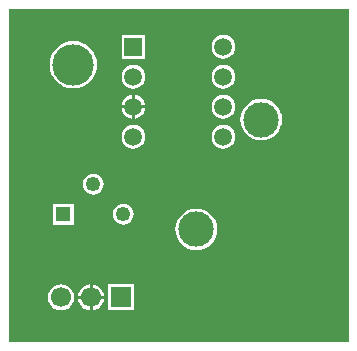
<source format=gtl>
G04*
G04 #@! TF.GenerationSoftware,Altium Limited,Altium Designer,20.1.11 (218)*
G04*
G04 Layer_Physical_Order=1*
G04 Layer_Color=255*
%FSLAX25Y25*%
%MOIN*%
G70*
G04*
G04 #@! TF.SameCoordinates,BE0D8867-63C8-4494-B9D0-45761BAC08B1*
G04*
G04*
G04 #@! TF.FilePolarity,Positive*
G04*
G01*
G75*
%ADD22R,0.05512X0.19685*%
%ADD23C,0.11811*%
%ADD24R,0.06693X0.06693*%
%ADD25C,0.06693*%
%ADD26C,0.13780*%
%ADD27R,0.04921X0.04921*%
%ADD28C,0.04921*%
%ADD29C,0.05906*%
%ADD30R,0.05906X0.05906*%
G36*
X349606Y334252D02*
X236221D01*
Y445276D01*
X349606D01*
Y334252D01*
D02*
G37*
%LPC*%
G36*
X281827Y436472D02*
X273921D01*
Y428567D01*
X281827D01*
Y436472D01*
D02*
G37*
G36*
X307874Y436507D02*
X306842Y436371D01*
X305881Y435972D01*
X305055Y435339D01*
X304421Y434513D01*
X304023Y433552D01*
X303887Y432520D01*
X304023Y431488D01*
X304421Y430526D01*
X305055Y429701D01*
X305881Y429067D01*
X306842Y428669D01*
X307874Y428533D01*
X308906Y428669D01*
X309868Y429067D01*
X310693Y429701D01*
X311327Y430526D01*
X311725Y431488D01*
X311861Y432520D01*
X311725Y433552D01*
X311327Y434513D01*
X310693Y435339D01*
X309868Y435972D01*
X308906Y436371D01*
X307874Y436507D01*
D02*
G37*
G36*
X257835Y434503D02*
X256288Y434350D01*
X254801Y433899D01*
X253430Y433167D01*
X252229Y432181D01*
X251243Y430979D01*
X250510Y429609D01*
X250059Y428122D01*
X249907Y426575D01*
X250059Y425028D01*
X250510Y423541D01*
X251243Y422170D01*
X252229Y420969D01*
X253430Y419983D01*
X254801Y419250D01*
X256288Y418799D01*
X257835Y418647D01*
X259381Y418799D01*
X260869Y419250D01*
X262239Y419983D01*
X263440Y420969D01*
X264426Y422170D01*
X265159Y423541D01*
X265610Y425028D01*
X265763Y426575D01*
X265610Y428122D01*
X265159Y429609D01*
X264426Y430979D01*
X263440Y432181D01*
X262239Y433167D01*
X260869Y433899D01*
X259381Y434350D01*
X257835Y434503D01*
D02*
G37*
G36*
X307874Y426507D02*
X306842Y426371D01*
X305881Y425972D01*
X305055Y425339D01*
X304421Y424513D01*
X304023Y423552D01*
X303887Y422520D01*
X304023Y421488D01*
X304421Y420526D01*
X305055Y419700D01*
X305881Y419067D01*
X306842Y418669D01*
X307874Y418533D01*
X308906Y418669D01*
X309868Y419067D01*
X310693Y419700D01*
X311327Y420526D01*
X311725Y421488D01*
X311861Y422520D01*
X311725Y423552D01*
X311327Y424513D01*
X310693Y425339D01*
X309868Y425972D01*
X308906Y426371D01*
X307874Y426507D01*
D02*
G37*
G36*
X277874D02*
X276842Y426371D01*
X275881Y425972D01*
X275055Y425339D01*
X274421Y424513D01*
X274023Y423552D01*
X273887Y422520D01*
X274023Y421488D01*
X274421Y420526D01*
X275055Y419700D01*
X275881Y419067D01*
X276842Y418669D01*
X277874Y418533D01*
X278906Y418669D01*
X279868Y419067D01*
X280693Y419700D01*
X281327Y420526D01*
X281725Y421488D01*
X281861Y422520D01*
X281725Y423552D01*
X281327Y424513D01*
X280693Y425339D01*
X279868Y425972D01*
X278906Y426371D01*
X277874Y426507D01*
D02*
G37*
G36*
X278374Y416441D02*
Y413020D01*
X281795D01*
X281725Y413552D01*
X281327Y414513D01*
X280693Y415339D01*
X279868Y415972D01*
X278906Y416371D01*
X278374Y416441D01*
D02*
G37*
G36*
X277374D02*
X276842Y416371D01*
X275881Y415972D01*
X275055Y415339D01*
X274421Y414513D01*
X274023Y413552D01*
X273953Y413020D01*
X277374D01*
Y416441D01*
D02*
G37*
G36*
X281795Y412020D02*
X278374D01*
Y408599D01*
X278906Y408669D01*
X279868Y409067D01*
X280693Y409700D01*
X281327Y410526D01*
X281725Y411488D01*
X281795Y412020D01*
D02*
G37*
G36*
X277374D02*
X273953D01*
X274023Y411488D01*
X274421Y410526D01*
X275055Y409700D01*
X275881Y409067D01*
X276842Y408669D01*
X277374Y408599D01*
Y412020D01*
D02*
G37*
G36*
X307874Y416506D02*
X306842Y416371D01*
X305881Y415972D01*
X305055Y415339D01*
X304421Y414513D01*
X304023Y413552D01*
X303887Y412520D01*
X304023Y411488D01*
X304421Y410526D01*
X305055Y409700D01*
X305881Y409067D01*
X306842Y408669D01*
X307874Y408533D01*
X308906Y408669D01*
X309868Y409067D01*
X310693Y409700D01*
X311327Y410526D01*
X311725Y411488D01*
X311861Y412520D01*
X311725Y413552D01*
X311327Y414513D01*
X310693Y415339D01*
X309868Y415972D01*
X308906Y416371D01*
X307874Y416506D01*
D02*
G37*
G36*
X320472Y415207D02*
X319119Y415073D01*
X317817Y414678D01*
X316617Y414037D01*
X315566Y413174D01*
X314703Y412123D01*
X314062Y410923D01*
X313667Y409621D01*
X313533Y408268D01*
X313667Y406914D01*
X314062Y405612D01*
X314703Y404413D01*
X315566Y403361D01*
X316617Y402498D01*
X317817Y401857D01*
X319119Y401462D01*
X320472Y401329D01*
X321826Y401462D01*
X323128Y401857D01*
X324327Y402498D01*
X325379Y403361D01*
X326242Y404413D01*
X326883Y405612D01*
X327278Y406914D01*
X327411Y408268D01*
X327278Y409621D01*
X326883Y410923D01*
X326242Y412123D01*
X325379Y413174D01*
X324327Y414037D01*
X323128Y414678D01*
X321826Y415073D01*
X320472Y415207D01*
D02*
G37*
G36*
X307874Y406506D02*
X306842Y406371D01*
X305881Y405972D01*
X305055Y405339D01*
X304421Y404513D01*
X304023Y403551D01*
X303887Y402520D01*
X304023Y401488D01*
X304421Y400526D01*
X305055Y399700D01*
X305881Y399067D01*
X306842Y398669D01*
X307874Y398533D01*
X308906Y398669D01*
X309868Y399067D01*
X310693Y399700D01*
X311327Y400526D01*
X311725Y401488D01*
X311861Y402520D01*
X311725Y403551D01*
X311327Y404513D01*
X310693Y405339D01*
X309868Y405972D01*
X308906Y406371D01*
X307874Y406506D01*
D02*
G37*
G36*
X277874D02*
X276842Y406371D01*
X275881Y405972D01*
X275055Y405339D01*
X274421Y404513D01*
X274023Y403551D01*
X273887Y402520D01*
X274023Y401488D01*
X274421Y400526D01*
X275055Y399700D01*
X275881Y399067D01*
X276842Y398669D01*
X277874Y398533D01*
X278906Y398669D01*
X279868Y399067D01*
X280693Y399700D01*
X281327Y400526D01*
X281725Y401488D01*
X281861Y402520D01*
X281725Y403551D01*
X281327Y404513D01*
X280693Y405339D01*
X279868Y405972D01*
X278906Y406371D01*
X277874Y406506D01*
D02*
G37*
G36*
X264488Y390203D02*
X263585Y390084D01*
X262743Y389735D01*
X262020Y389181D01*
X261465Y388458D01*
X261117Y387616D01*
X260998Y386713D01*
X261117Y385809D01*
X261465Y384967D01*
X262020Y384244D01*
X262743Y383690D01*
X263585Y383341D01*
X264488Y383222D01*
X265392Y383341D01*
X266233Y383690D01*
X266956Y384244D01*
X267511Y384967D01*
X267860Y385809D01*
X267979Y386713D01*
X267860Y387616D01*
X267511Y388458D01*
X266956Y389181D01*
X266233Y389735D01*
X265392Y390084D01*
X264488Y390203D01*
D02*
G37*
G36*
X257949Y380173D02*
X251028D01*
Y373252D01*
X257949D01*
Y380173D01*
D02*
G37*
G36*
X274488Y380203D02*
X273585Y380084D01*
X272743Y379735D01*
X272020Y379181D01*
X271465Y378458D01*
X271117Y377616D01*
X270998Y376713D01*
X271117Y375809D01*
X271465Y374967D01*
X272020Y374244D01*
X272743Y373690D01*
X273585Y373341D01*
X274488Y373222D01*
X275392Y373341D01*
X276233Y373690D01*
X276956Y374244D01*
X277511Y374967D01*
X277860Y375809D01*
X277979Y376713D01*
X277860Y377616D01*
X277511Y378458D01*
X276956Y379181D01*
X276233Y379735D01*
X275392Y380084D01*
X274488Y380203D01*
D02*
G37*
G36*
X298819Y378592D02*
X297465Y378459D01*
X296164Y378064D01*
X294964Y377423D01*
X293912Y376560D01*
X293049Y375509D01*
X292408Y374309D01*
X292013Y373007D01*
X291880Y371654D01*
X292013Y370300D01*
X292408Y368998D01*
X293049Y367798D01*
X293912Y366747D01*
X294964Y365884D01*
X296164Y365243D01*
X297465Y364848D01*
X298819Y364715D01*
X300173Y364848D01*
X301474Y365243D01*
X302674Y365884D01*
X303726Y366747D01*
X304588Y367798D01*
X305230Y368998D01*
X305625Y370300D01*
X305758Y371654D01*
X305625Y373007D01*
X305230Y374309D01*
X304588Y375509D01*
X303726Y376560D01*
X302674Y377423D01*
X301474Y378064D01*
X300173Y378459D01*
X298819Y378592D01*
D02*
G37*
G36*
X264240Y353334D02*
Y349516D01*
X268058D01*
X267975Y350150D01*
X267537Y351208D01*
X266840Y352116D01*
X265932Y352812D01*
X264875Y353250D01*
X264240Y353334D01*
D02*
G37*
G36*
X263240Y353334D02*
X262606Y353250D01*
X261548Y352812D01*
X260640Y352116D01*
X259944Y351208D01*
X259506Y350150D01*
X259422Y349516D01*
X263240D01*
Y353334D01*
D02*
G37*
G36*
Y348516D02*
X259422D01*
X259506Y347881D01*
X259944Y346824D01*
X260640Y345916D01*
X261548Y345219D01*
X262606Y344781D01*
X263240Y344698D01*
Y348516D01*
D02*
G37*
G36*
X268058D02*
X264240D01*
Y344698D01*
X264875Y344781D01*
X265932Y345219D01*
X266840Y345916D01*
X267537Y346824D01*
X267975Y347881D01*
X268058Y348516D01*
D02*
G37*
G36*
X278087Y353362D02*
X269394D01*
Y344669D01*
X278087D01*
Y353362D01*
D02*
G37*
G36*
X253740Y353400D02*
X252606Y353250D01*
X251548Y352812D01*
X250640Y352116D01*
X249944Y351208D01*
X249506Y350150D01*
X249356Y349016D01*
X249506Y347881D01*
X249944Y346824D01*
X250640Y345916D01*
X251548Y345219D01*
X252606Y344781D01*
X253740Y344632D01*
X254875Y344781D01*
X255932Y345219D01*
X256840Y345916D01*
X257537Y346824D01*
X257975Y347881D01*
X258124Y349016D01*
X257975Y350150D01*
X257537Y351208D01*
X256840Y352116D01*
X255932Y352812D01*
X254875Y353250D01*
X253740Y353400D01*
D02*
G37*
%LPD*%
D22*
X303816Y343740D02*
D03*
X337281D02*
D03*
D23*
X298819Y371654D02*
D03*
X320472Y408268D02*
D03*
D24*
X273740Y349016D02*
D03*
D25*
X263740D02*
D03*
X253740D02*
D03*
D26*
X257835Y426575D02*
D03*
D27*
X254488Y376713D02*
D03*
D28*
X264488Y386713D02*
D03*
X274488Y376713D02*
D03*
D29*
X307874Y402520D02*
D03*
Y412520D02*
D03*
Y422520D02*
D03*
Y432520D02*
D03*
X277874Y402520D02*
D03*
Y412520D02*
D03*
Y422520D02*
D03*
X299606Y390158D02*
D03*
X244094Y418898D02*
D03*
X322047Y437402D02*
D03*
D30*
X277874Y432520D02*
D03*
M02*

</source>
